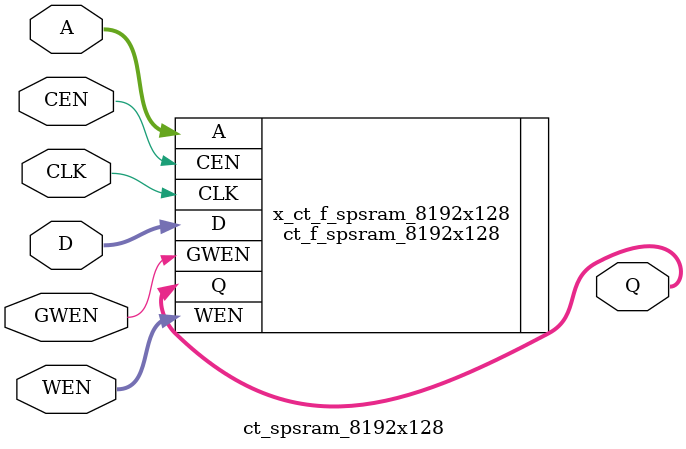
<source format=v>
/*Copyright 2019-2021 T-Head Semiconductor Co., Ltd.

Licensed under the Apache License, Version 2.0 (the "License");
you may not use this file except in compliance with the License.
You may obtain a copy of the License at

    http://www.apache.org/licenses/LICENSE-2.0

Unless required by applicable law or agreed to in writing, software
distributed under the License is distributed on an "AS IS" BASIS,
WITHOUT WARRANTIES OR CONDITIONS OF ANY KIND, either express or implied.
See the License for the specific language governing permissions and
limitations under the License.
*/

// &ModuleBeg; @22
module ct_spsram_8192x128 (
  // &Ports, @23
  input    wire  [12 :0]  A,
  input    wire           CEN,
  input    wire           CLK,
  input    wire  [127:0]  D,
  input    wire           GWEN,
  input    wire  [127:0]  WEN,
  output   wire  [127:0]  Q
); 



// &Regs; @24
// &Wires; @25


//**********************************************************
//                  Parameter Definition
//**********************************************************
parameter ADDR_WIDTH = 13;
parameter DATA_WIDTH = 128;
parameter WE_WIDTH   = 128;

// &Force("bus","Q",DATA_WIDTH-1,0); @34
// &Force("bus","WEN",WE_WIDTH-1,0); @35
// &Force("bus","A",ADDR_WIDTH-1,0); @36
// &Force("bus","D",DATA_WIDTH-1,0); @37

  //********************************************************
  //*                        FPGA memory                   *
  //********************************************************
//   &Instance("ct_f_spsram_8192x128"); @43
ct_f_spsram_8192x128  x_ct_f_spsram_8192x128 (
  .A    (A   ),
  .CEN  (CEN ),
  .CLK  (CLK ),
  .D    (D   ),
  .GWEN (GWEN),
  .Q    (Q   ),
  .WEN  (WEN )
);

//   &Instance("ct_tsmc_spsram_8192x128"); @49

// &ModuleEnd; @65
endmodule



</source>
